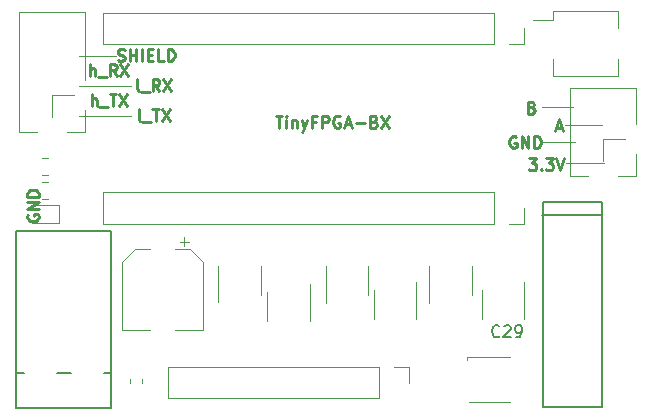
<source format=gbr>
G04 #@! TF.GenerationSoftware,KiCad,Pcbnew,5.1.2-f72e74a~84~ubuntu18.04.1*
G04 #@! TF.CreationDate,2019-09-03T03:08:37+02:00*
G04 #@! TF.ProjectId,board,626f6172-642e-46b6-9963-61645f706362,rev?*
G04 #@! TF.SameCoordinates,Original*
G04 #@! TF.FileFunction,Legend,Top*
G04 #@! TF.FilePolarity,Positive*
%FSLAX46Y46*%
G04 Gerber Fmt 4.6, Leading zero omitted, Abs format (unit mm)*
G04 Created by KiCad (PCBNEW 5.1.2-f72e74a~84~ubuntu18.04.1) date 2019-09-03 03:08:37*
%MOMM*%
%LPD*%
G04 APERTURE LIST*
%ADD10C,0.100000*%
%ADD11C,0.250000*%
%ADD12C,0.120000*%
%ADD13C,0.127000*%
%ADD14C,0.150000*%
G04 APERTURE END LIST*
D10*
X108585000Y-104140000D02*
X105410000Y-104140000D01*
X109855000Y-106680000D02*
X105410000Y-106680000D01*
X109855000Y-109220000D02*
X105410000Y-109220000D01*
D11*
X110640952Y-109672380D02*
X110545714Y-109624761D01*
X110498095Y-109529523D01*
X110498095Y-108672380D01*
X110783809Y-109767619D02*
X111545714Y-109767619D01*
X111640952Y-108672380D02*
X112212380Y-108672380D01*
X111926666Y-109672380D02*
X111926666Y-108672380D01*
X112450476Y-108672380D02*
X113117142Y-109672380D01*
X113117142Y-108672380D02*
X112450476Y-109672380D01*
X106497619Y-108402380D02*
X106497619Y-107402380D01*
X106926190Y-108402380D02*
X106926190Y-107878571D01*
X106878571Y-107783333D01*
X106783333Y-107735714D01*
X106640476Y-107735714D01*
X106545238Y-107783333D01*
X106497619Y-107830952D01*
X107164285Y-108497619D02*
X107926190Y-108497619D01*
X108021428Y-107402380D02*
X108592857Y-107402380D01*
X108307142Y-108402380D02*
X108307142Y-107402380D01*
X108830952Y-107402380D02*
X109497619Y-108402380D01*
X109497619Y-107402380D02*
X108830952Y-108402380D01*
X110521904Y-107132380D02*
X110426666Y-107084761D01*
X110379047Y-106989523D01*
X110379047Y-106132380D01*
X110664761Y-107227619D02*
X111426666Y-107227619D01*
X112236190Y-107132380D02*
X111902857Y-106656190D01*
X111664761Y-107132380D02*
X111664761Y-106132380D01*
X112045714Y-106132380D01*
X112140952Y-106180000D01*
X112188571Y-106227619D01*
X112236190Y-106322857D01*
X112236190Y-106465714D01*
X112188571Y-106560952D01*
X112140952Y-106608571D01*
X112045714Y-106656190D01*
X111664761Y-106656190D01*
X112569523Y-106132380D02*
X113236190Y-107132380D01*
X113236190Y-106132380D02*
X112569523Y-107132380D01*
X106378571Y-105862380D02*
X106378571Y-104862380D01*
X106807142Y-105862380D02*
X106807142Y-105338571D01*
X106759523Y-105243333D01*
X106664285Y-105195714D01*
X106521428Y-105195714D01*
X106426190Y-105243333D01*
X106378571Y-105290952D01*
X107045238Y-105957619D02*
X107807142Y-105957619D01*
X108616666Y-105862380D02*
X108283333Y-105386190D01*
X108045238Y-105862380D02*
X108045238Y-104862380D01*
X108426190Y-104862380D01*
X108521428Y-104910000D01*
X108569047Y-104957619D01*
X108616666Y-105052857D01*
X108616666Y-105195714D01*
X108569047Y-105290952D01*
X108521428Y-105338571D01*
X108426190Y-105386190D01*
X108045238Y-105386190D01*
X108950000Y-104862380D02*
X109616666Y-105862380D01*
X109616666Y-104862380D02*
X108950000Y-105862380D01*
X108720238Y-104544761D02*
X108863095Y-104592380D01*
X109101190Y-104592380D01*
X109196428Y-104544761D01*
X109244047Y-104497142D01*
X109291666Y-104401904D01*
X109291666Y-104306666D01*
X109244047Y-104211428D01*
X109196428Y-104163809D01*
X109101190Y-104116190D01*
X108910714Y-104068571D01*
X108815476Y-104020952D01*
X108767857Y-103973333D01*
X108720238Y-103878095D01*
X108720238Y-103782857D01*
X108767857Y-103687619D01*
X108815476Y-103640000D01*
X108910714Y-103592380D01*
X109148809Y-103592380D01*
X109291666Y-103640000D01*
X109720238Y-104592380D02*
X109720238Y-103592380D01*
X109720238Y-104068571D02*
X110291666Y-104068571D01*
X110291666Y-104592380D02*
X110291666Y-103592380D01*
X110767857Y-104592380D02*
X110767857Y-103592380D01*
X111244047Y-104068571D02*
X111577380Y-104068571D01*
X111720238Y-104592380D02*
X111244047Y-104592380D01*
X111244047Y-103592380D01*
X111720238Y-103592380D01*
X112625000Y-104592380D02*
X112148809Y-104592380D01*
X112148809Y-103592380D01*
X112958333Y-104592380D02*
X112958333Y-103592380D01*
X113196428Y-103592380D01*
X113339285Y-103640000D01*
X113434523Y-103735238D01*
X113482142Y-103830476D01*
X113529761Y-104020952D01*
X113529761Y-104163809D01*
X113482142Y-104354285D01*
X113434523Y-104449523D01*
X113339285Y-104544761D01*
X113196428Y-104592380D01*
X112958333Y-104592380D01*
X101100000Y-117601904D02*
X101052380Y-117697142D01*
X101052380Y-117840000D01*
X101100000Y-117982857D01*
X101195238Y-118078095D01*
X101290476Y-118125714D01*
X101480952Y-118173333D01*
X101623809Y-118173333D01*
X101814285Y-118125714D01*
X101909523Y-118078095D01*
X102004761Y-117982857D01*
X102052380Y-117840000D01*
X102052380Y-117744761D01*
X102004761Y-117601904D01*
X101957142Y-117554285D01*
X101623809Y-117554285D01*
X101623809Y-117744761D01*
X102052380Y-117125714D02*
X101052380Y-117125714D01*
X102052380Y-116554285D01*
X101052380Y-116554285D01*
X102052380Y-116078095D02*
X101052380Y-116078095D01*
X101052380Y-115840000D01*
X101100000Y-115697142D01*
X101195238Y-115601904D01*
X101290476Y-115554285D01*
X101480952Y-115506666D01*
X101623809Y-115506666D01*
X101814285Y-115554285D01*
X101909523Y-115601904D01*
X102004761Y-115697142D01*
X102052380Y-115840000D01*
X102052380Y-116078095D01*
D10*
X146700000Y-113200000D02*
X149900000Y-113200000D01*
X144700000Y-111500000D02*
X147400000Y-111500000D01*
X146600000Y-110000000D02*
X149700000Y-110000000D01*
X144600000Y-108500000D02*
X147300000Y-108500000D01*
D11*
X143523809Y-112852380D02*
X144142857Y-112852380D01*
X143809523Y-113233333D01*
X143952380Y-113233333D01*
X144047619Y-113280952D01*
X144095238Y-113328571D01*
X144142857Y-113423809D01*
X144142857Y-113661904D01*
X144095238Y-113757142D01*
X144047619Y-113804761D01*
X143952380Y-113852380D01*
X143666666Y-113852380D01*
X143571428Y-113804761D01*
X143523809Y-113757142D01*
X144571428Y-113757142D02*
X144619047Y-113804761D01*
X144571428Y-113852380D01*
X144523809Y-113804761D01*
X144571428Y-113757142D01*
X144571428Y-113852380D01*
X144952380Y-112852380D02*
X145571428Y-112852380D01*
X145238095Y-113233333D01*
X145380952Y-113233333D01*
X145476190Y-113280952D01*
X145523809Y-113328571D01*
X145571428Y-113423809D01*
X145571428Y-113661904D01*
X145523809Y-113757142D01*
X145476190Y-113804761D01*
X145380952Y-113852380D01*
X145095238Y-113852380D01*
X145000000Y-113804761D01*
X144952380Y-113757142D01*
X145857142Y-112852380D02*
X146190476Y-113852380D01*
X146523809Y-112852380D01*
X142438095Y-111000000D02*
X142342857Y-110952380D01*
X142200000Y-110952380D01*
X142057142Y-111000000D01*
X141961904Y-111095238D01*
X141914285Y-111190476D01*
X141866666Y-111380952D01*
X141866666Y-111523809D01*
X141914285Y-111714285D01*
X141961904Y-111809523D01*
X142057142Y-111904761D01*
X142200000Y-111952380D01*
X142295238Y-111952380D01*
X142438095Y-111904761D01*
X142485714Y-111857142D01*
X142485714Y-111523809D01*
X142295238Y-111523809D01*
X142914285Y-111952380D02*
X142914285Y-110952380D01*
X143485714Y-111952380D01*
X143485714Y-110952380D01*
X143961904Y-111952380D02*
X143961904Y-110952380D01*
X144200000Y-110952380D01*
X144342857Y-111000000D01*
X144438095Y-111095238D01*
X144485714Y-111190476D01*
X144533333Y-111380952D01*
X144533333Y-111523809D01*
X144485714Y-111714285D01*
X144438095Y-111809523D01*
X144342857Y-111904761D01*
X144200000Y-111952380D01*
X143961904Y-111952380D01*
X145861904Y-110266666D02*
X146338095Y-110266666D01*
X145766666Y-110552380D02*
X146100000Y-109552380D01*
X146433333Y-110552380D01*
X143771428Y-108528571D02*
X143914285Y-108576190D01*
X143961904Y-108623809D01*
X144009523Y-108719047D01*
X144009523Y-108861904D01*
X143961904Y-108957142D01*
X143914285Y-109004761D01*
X143819047Y-109052380D01*
X143438095Y-109052380D01*
X143438095Y-108052380D01*
X143771428Y-108052380D01*
X143866666Y-108100000D01*
X143914285Y-108147619D01*
X143961904Y-108242857D01*
X143961904Y-108338095D01*
X143914285Y-108433333D01*
X143866666Y-108480952D01*
X143771428Y-108528571D01*
X143438095Y-108528571D01*
X122090476Y-109252380D02*
X122661904Y-109252380D01*
X122376190Y-110252380D02*
X122376190Y-109252380D01*
X122995238Y-110252380D02*
X122995238Y-109585714D01*
X122995238Y-109252380D02*
X122947619Y-109300000D01*
X122995238Y-109347619D01*
X123042857Y-109300000D01*
X122995238Y-109252380D01*
X122995238Y-109347619D01*
X123471428Y-109585714D02*
X123471428Y-110252380D01*
X123471428Y-109680952D02*
X123519047Y-109633333D01*
X123614285Y-109585714D01*
X123757142Y-109585714D01*
X123852380Y-109633333D01*
X123900000Y-109728571D01*
X123900000Y-110252380D01*
X124280952Y-109585714D02*
X124519047Y-110252380D01*
X124757142Y-109585714D02*
X124519047Y-110252380D01*
X124423809Y-110490476D01*
X124376190Y-110538095D01*
X124280952Y-110585714D01*
X125471428Y-109728571D02*
X125138095Y-109728571D01*
X125138095Y-110252380D02*
X125138095Y-109252380D01*
X125614285Y-109252380D01*
X125995238Y-110252380D02*
X125995238Y-109252380D01*
X126376190Y-109252380D01*
X126471428Y-109300000D01*
X126519047Y-109347619D01*
X126566666Y-109442857D01*
X126566666Y-109585714D01*
X126519047Y-109680952D01*
X126471428Y-109728571D01*
X126376190Y-109776190D01*
X125995238Y-109776190D01*
X127519047Y-109300000D02*
X127423809Y-109252380D01*
X127280952Y-109252380D01*
X127138095Y-109300000D01*
X127042857Y-109395238D01*
X126995238Y-109490476D01*
X126947619Y-109680952D01*
X126947619Y-109823809D01*
X126995238Y-110014285D01*
X127042857Y-110109523D01*
X127138095Y-110204761D01*
X127280952Y-110252380D01*
X127376190Y-110252380D01*
X127519047Y-110204761D01*
X127566666Y-110157142D01*
X127566666Y-109823809D01*
X127376190Y-109823809D01*
X127947619Y-109966666D02*
X128423809Y-109966666D01*
X127852380Y-110252380D02*
X128185714Y-109252380D01*
X128519047Y-110252380D01*
X128852380Y-109871428D02*
X129614285Y-109871428D01*
X130423809Y-109728571D02*
X130566666Y-109776190D01*
X130614285Y-109823809D01*
X130661904Y-109919047D01*
X130661904Y-110061904D01*
X130614285Y-110157142D01*
X130566666Y-110204761D01*
X130471428Y-110252380D01*
X130090476Y-110252380D01*
X130090476Y-109252380D01*
X130423809Y-109252380D01*
X130519047Y-109300000D01*
X130566666Y-109347619D01*
X130614285Y-109442857D01*
X130614285Y-109538095D01*
X130566666Y-109633333D01*
X130519047Y-109680952D01*
X130423809Y-109728571D01*
X130090476Y-109728571D01*
X130995238Y-109252380D02*
X131661904Y-110252380D01*
X131661904Y-109252380D02*
X130995238Y-110252380D01*
D12*
X138308000Y-129672000D02*
X138308000Y-129922000D01*
X141958000Y-129672000D02*
X138308000Y-129672000D01*
X141958000Y-133472000D02*
X138458000Y-133472000D01*
X140548000Y-115706000D02*
X140548000Y-118366000D01*
X140548000Y-115706000D02*
X107468000Y-115706000D01*
X107468000Y-115706000D02*
X107468000Y-118366000D01*
X140548000Y-118366000D02*
X107468000Y-118366000D01*
X143148000Y-118366000D02*
X141818000Y-118366000D01*
X143148000Y-117036000D02*
X143148000Y-118366000D01*
X143148000Y-101836000D02*
X143148000Y-103166000D01*
X143148000Y-103166000D02*
X141818000Y-103166000D01*
X140548000Y-103166000D02*
X107468000Y-103166000D01*
X107468000Y-100506000D02*
X107468000Y-103166000D01*
X140548000Y-100506000D02*
X107468000Y-100506000D01*
X140548000Y-100506000D02*
X140548000Y-103166000D01*
X103770800Y-116816200D02*
X101485800Y-116816200D01*
X103770800Y-118286200D02*
X103770800Y-116816200D01*
X101485800Y-118286200D02*
X103770800Y-118286200D01*
D13*
X144653000Y-117602000D02*
X149733000Y-117602000D01*
X144693000Y-133882000D02*
X149693000Y-133882000D01*
X144693000Y-116562000D02*
X144693000Y-133882000D01*
X149693000Y-116562000D02*
X144693000Y-116562000D01*
X149693000Y-133882000D02*
X149693000Y-116562000D01*
D12*
X133410000Y-130496000D02*
X133410000Y-131826000D01*
X132080000Y-130496000D02*
X133410000Y-130496000D01*
X130810000Y-130496000D02*
X130810000Y-133156000D01*
X130810000Y-133156000D02*
X112970000Y-133156000D01*
X130810000Y-130496000D02*
X112970000Y-130496000D01*
X112970000Y-130496000D02*
X112970000Y-133156000D01*
X109726000Y-131541733D02*
X109726000Y-131884267D01*
X110746000Y-131541733D02*
X110746000Y-131884267D01*
D14*
X100140000Y-118992000D02*
X100140000Y-133992000D01*
X108140000Y-118992000D02*
X100140000Y-118992000D01*
X108140000Y-133992000D02*
X108140000Y-118992000D01*
X100140000Y-133992000D02*
X108140000Y-133992000D01*
X108140000Y-130992000D02*
X107540000Y-130992000D01*
X104740000Y-130992000D02*
X103540000Y-130992000D01*
X100140000Y-130992000D02*
X100740000Y-130992000D01*
D12*
X117245000Y-125047000D02*
X117245000Y-121917000D01*
X120845000Y-124377000D02*
X120845000Y-121917000D01*
X124990000Y-123449000D02*
X124990000Y-126579000D01*
X121390000Y-124119000D02*
X121390000Y-126579000D01*
X134007000Y-123322000D02*
X134007000Y-126452000D01*
X130407000Y-123992000D02*
X130407000Y-126452000D01*
X135106000Y-125090000D02*
X135106000Y-121960000D01*
X138706000Y-124420000D02*
X138706000Y-121960000D01*
X126343000Y-125090000D02*
X126343000Y-121960000D01*
X129943000Y-124420000D02*
X129943000Y-121960000D01*
X143151000Y-123322000D02*
X143151000Y-126452000D01*
X139551000Y-123992000D02*
X139551000Y-126452000D01*
X102800678Y-114885400D02*
X102283522Y-114885400D01*
X102800678Y-116305400D02*
X102283522Y-116305400D01*
X109112000Y-127362000D02*
X111462000Y-127362000D01*
X115932000Y-127362000D02*
X113582000Y-127362000D01*
X115932000Y-121606437D02*
X115932000Y-127362000D01*
X109112000Y-121606437D02*
X109112000Y-127362000D01*
X110176437Y-120542000D02*
X111462000Y-120542000D01*
X114867563Y-120542000D02*
X113582000Y-120542000D01*
X114867563Y-120542000D02*
X115932000Y-121606437D01*
X110176437Y-120542000D02*
X109112000Y-121606437D01*
X114369500Y-119514500D02*
X114369500Y-120302000D01*
X114763250Y-119908250D02*
X113975750Y-119908250D01*
X102800678Y-112828000D02*
X102283522Y-112828000D01*
X102800678Y-114248000D02*
X102283522Y-114248000D01*
X105924000Y-106172000D02*
X105924000Y-100487000D01*
X105924000Y-100487000D02*
X100324000Y-100487000D01*
X100324000Y-110587000D02*
X100324000Y-100487000D01*
X101854000Y-110587000D02*
X100324000Y-110587000D01*
X103124000Y-109312000D02*
X103124000Y-107442000D01*
X103124000Y-107442000D02*
X104994000Y-107442000D01*
X105924000Y-108712000D02*
X105924000Y-110587000D01*
X105924000Y-110587000D02*
X104394000Y-110587000D01*
X152600000Y-109965000D02*
X152600000Y-106850000D01*
X152600000Y-106850000D02*
X147000000Y-106850000D01*
X147000000Y-114350000D02*
X147000000Y-106850000D01*
X148530000Y-114350000D02*
X147000000Y-114350000D01*
X149800000Y-113105000D02*
X149800000Y-111235000D01*
X149800000Y-111235000D02*
X151670000Y-111235000D01*
X152600000Y-112505000D02*
X152600000Y-114350000D01*
X152600000Y-114350000D02*
X151070000Y-114350000D01*
X145540000Y-105865000D02*
X151060000Y-105865000D01*
X143854000Y-101150000D02*
X145540000Y-101150000D01*
X145540000Y-100334000D02*
X145540000Y-101150000D01*
X145540000Y-100334000D02*
X151060000Y-100334000D01*
X151060000Y-100334000D02*
X151060000Y-101769000D01*
X145540000Y-104430000D02*
X145540000Y-105865000D01*
X151060000Y-104430000D02*
X151060000Y-105865000D01*
D14*
X141038342Y-127888942D02*
X140990723Y-127936561D01*
X140847866Y-127984180D01*
X140752628Y-127984180D01*
X140609771Y-127936561D01*
X140514533Y-127841323D01*
X140466914Y-127746085D01*
X140419295Y-127555609D01*
X140419295Y-127412752D01*
X140466914Y-127222276D01*
X140514533Y-127127038D01*
X140609771Y-127031800D01*
X140752628Y-126984180D01*
X140847866Y-126984180D01*
X140990723Y-127031800D01*
X141038342Y-127079419D01*
X141419295Y-127079419D02*
X141466914Y-127031800D01*
X141562152Y-126984180D01*
X141800247Y-126984180D01*
X141895485Y-127031800D01*
X141943104Y-127079419D01*
X141990723Y-127174657D01*
X141990723Y-127269895D01*
X141943104Y-127412752D01*
X141371676Y-127984180D01*
X141990723Y-127984180D01*
X142466914Y-127984180D02*
X142657390Y-127984180D01*
X142752628Y-127936561D01*
X142800247Y-127888942D01*
X142895485Y-127746085D01*
X142943104Y-127555609D01*
X142943104Y-127174657D01*
X142895485Y-127079419D01*
X142847866Y-127031800D01*
X142752628Y-126984180D01*
X142562152Y-126984180D01*
X142466914Y-127031800D01*
X142419295Y-127079419D01*
X142371676Y-127174657D01*
X142371676Y-127412752D01*
X142419295Y-127507990D01*
X142466914Y-127555609D01*
X142562152Y-127603228D01*
X142752628Y-127603228D01*
X142847866Y-127555609D01*
X142895485Y-127507990D01*
X142943104Y-127412752D01*
M02*

</source>
